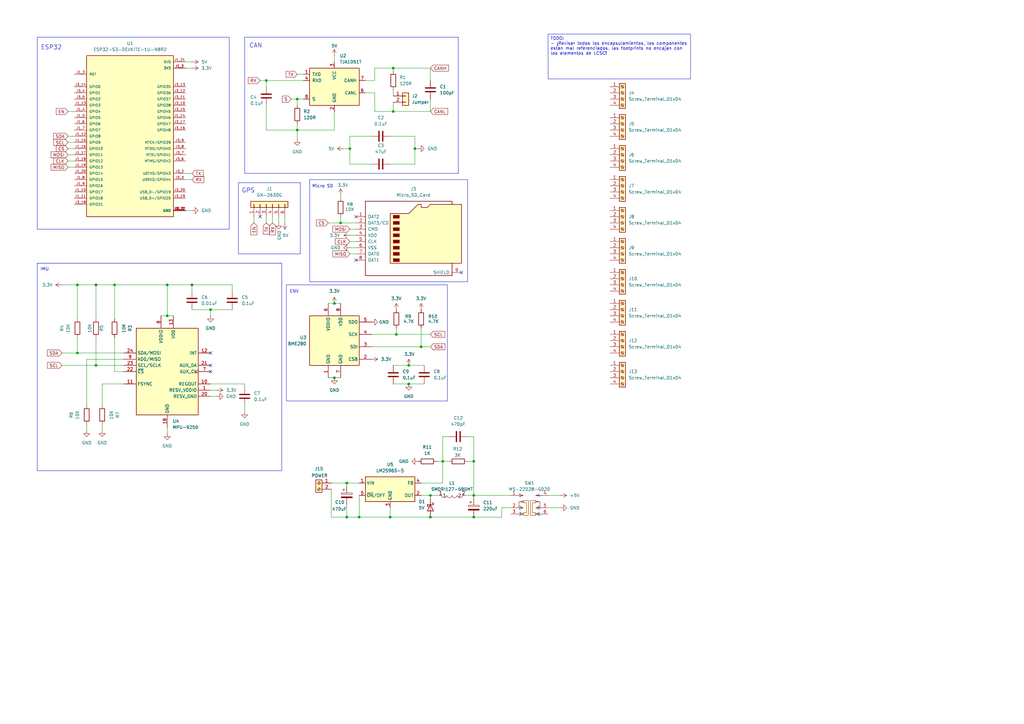
<source format=kicad_sch>
(kicad_sch (version 20250114) (generator "eeschema") (generator_version "9.0")
  (paper "A3")
  (lib_symbols
    (symbol "Connector:Micro_SD_Card" (pin_names (offset 1.016))
      (property "Reference" "J" (at -16.51 15.24 0))
      (property "Value" "Micro_SD_Card" (at 16.51 15.24 0))
      (symbol "Micro_SD_Card_1_1"
        (pin bidirectional line (at -22.86 7.62 0) (length 3.81) (name "DAT2") (number "1"))
        (pin bidirectional line (at -22.86 5.08 0) (length 3.81) (name "DAT3/CD") (number "2"))
        (pin input line (at -22.86 2.54 0) (length 3.81) (name "CMD") (number "3"))
        (pin power_in line (at -22.86 0 0) (length 3.81) (name "VDD") (number "4"))
        (pin input line (at -22.86 -2.54 0) (length 3.81) (name "CLK") (number "5"))
        (pin power_in line (at -22.86 -5.08 0) (length 3.81) (name "VSS") (number "6"))
        (pin bidirectional line (at -22.86 -7.62 0) (length 3.81) (name "DAT0") (number "7"))
        (pin bidirectional line (at -22.86 -10.16 0) (length 3.81) (name "DAT1") (number "8"))
        (pin passive line (at 20.32 -15.24 180) (length 3.81) (name "SHIELD") (number "9"))
      )
    )
    (symbol "Connector:Screw_Terminal_01x02" (pin_names (offset 1.016) (hide yes))
      (property "Reference" "J" (at 0 2.54 0))
      (property "Value" "Screw_Terminal_01x02" (at 0 -5.08 0))
      (symbol "Screw_Terminal_01x02_1_1"
        (pin passive line (at -5.08 0 0) (length 3.81) (name "Pin_1") (number "1"))
        (pin passive line (at -5.08 -2.54 0) (length 3.81) (name "Pin_2") (number "2"))
      )
    )
    (symbol "Connector:Screw_Terminal_01x04" (pin_names (offset 1.016) (hide yes))
      (property "Reference" "J" (at 0 5.08 0))
      (property "Value" "Screw_Terminal_01x04" (at 0 -7.62 0))
      (symbol "Screw_Terminal_01x04_1_1"
        (pin passive line (at -5.08 2.54 0) (length 3.81) (name "Pin_1") (number "1"))
        (pin passive line (at -5.08 0 0) (length 3.81) (name "Pin_2") (number "2"))
        (pin passive line (at -5.08 -2.54 0) (length 3.81) (name "Pin_3") (number "3"))
        (pin passive line (at -5.08 -5.08 0) (length 3.81) (name "Pin_4") (number "4"))
      )
    )
    (symbol "Connector_Generic:Conn_01x02" (pin_names (offset 1.016) (hide yes))
      (property "Reference" "J" (at 0 2.54 0))
      (property "Value" "Conn_01x02" (at 0 -5.08 0))
      (symbol "Conn_01x02_1_1"
        (pin passive line (at -5.08 0 0) (length 3.81) (name "Pin_1") (number "1"))
        (pin passive line (at -5.08 -2.54 0) (length 3.81) (name "Pin_2") (number "2"))
      )
    )
    (symbol "Connector_Generic:Conn_01x06" (pin_names (offset 1.016) (hide yes))
      (property "Reference" "J" (at 0 7.62 0))
      (property "Value" "Conn_01x06" (at 0 -10.16 0))
      (symbol "Conn_01x06_1_1"
        (pin passive line (at -5.08 5.08 0) (length 3.81) (name "Pin_1") (number "1"))
        (pin passive line (at -5.08 2.54 0) (length 3.81) (name "Pin_2") (number "2"))
        (pin passive line (at -5.08 0 0) (length 3.81) (name "Pin_3") (number "3"))
        (pin passive line (at -5.08 -2.54 0) (length 3.81) (name "Pin_4") (number "4"))
        (pin passive line (at -5.08 -5.08 0) (length 3.81) (name "Pin_5") (number "5"))
        (pin passive line (at -5.08 -7.62 0) (length 3.81) (name "Pin_6") (number "6"))
      )
    )
    (symbol "Device:C" (pin_numbers (hide yes)) (pin_names (offset 0.254))
      (property "Reference" "C" (at 0.635 2.54 0))
      (property "Value" "C" (at 0.635 -2.54 0))
      (symbol "C_1_1"
        (pin passive line (at 0 3.81 270) (length 2.794) (name "~") (number "1"))
        (pin passive line (at 0 -3.81 90) (length 2.794) (name "~") (number "2"))
      )
    )
    (symbol "Device:C_Polarized" (pin_numbers (hide yes)) (pin_names (offset 0.254))
      (property "Reference" "C" (at 0.635 2.54 0))
      (property "Value" "C_Polarized" (at 0.635 -2.54 0))
      (symbol "C_Polarized_1_1"
        (pin passive line (at 0 3.81 270) (length 2.794) (name "~") (number "1"))
        (pin passive line (at 0 -3.81 90) (length 2.794) (name "~") (number "2"))
      )
    )
    (symbol "Device:D_Schottky" (pin_numbers (hide yes)) (pin_names (offset 1.016) (hide yes))
      (property "Reference" "D" (at 0 2.54 0))
      (property "Value" "D_Schottky" (at 0 -2.54 0))
      (symbol "D_Schottky_1_1"
        (pin passive line (at -3.81 0 0) (length 2.54) (name "K") (number "1"))
        (pin passive line (at 3.81 0 180) (length 2.54) (name "A") (number "2"))
      )
    )
    (symbol "Device:R" (pin_numbers (hide yes)) (pin_names (offset 0))
      (property "Reference" "R" (at 2.032 0 90))
      (property "Value" "R" (at 0 0 90))
      (symbol "R_1_1"
        (pin passive line (at 0 3.81 270) (length 1.27) (name "~") (number "1"))
        (pin passive line (at 0 -3.81 90) (length 1.27) (name "~") (number "2"))
      )
    )
    (symbol "Interface_CAN_LIN:TJA1051T" (pin_names (offset 1.016))
      (property "Reference" "U" (at -10.16 8.89 0))
      (property "Value" "TJA1051T" (at 1.27 8.89 0))
      (symbol "TJA1051T_1_1"
        (pin input line (at -12.7 5.08 0) (length 2.54) (name "TXD") (number "1"))
        (pin output line (at -12.7 2.54 0) (length 2.54) (name "RXD") (number "4"))
        (pin input line (at -12.7 -5.08 0) (length 2.54) (name "S") (number "8"))
        (pin no_connect line (at -10.16 -2.54 0) (length 2.54) (hide yes) (name "NC") (number "5"))
        (pin power_in line (at 0 10.16 270) (length 2.54) (name "VCC") (number "3"))
        (pin power_in line (at 0 -10.16 90) (length 2.54) (name "GND") (number "2"))
        (pin bidirectional line (at 12.7 2.54 180) (length 2.54) (name "CANH") (number "7"))
        (pin bidirectional line (at 12.7 -2.54 180) (length 2.54) (name "CANL") (number "6"))
      )
    )
    (symbol "Regulator_Switching:LM2596S-5"
      (property "Reference" "U" (at -10.16 6.35 0))
      (property "Value" "LM2596S-5" (at 0 6.35 0))
      (symbol "LM2596S-5_1_1"
        (pin power_in line (at -12.7 2.54 0) (length 2.54) (name "VIN") (number "1"))
        (pin input line (at -12.7 -2.54 0) (length 2.54) (name "~{ON}/OFF") (number "5"))
        (pin power_in line (at 0 -7.62 90) (length 2.54) (name "GND") (number "3"))
        (pin input line (at 12.7 2.54 180) (length 2.54) (name "FB") (number "4"))
        (pin output line (at 12.7 -2.54 180) (length 2.54) (name "OUT") (number "2"))
      )
    )
    (symbol "Sensor:BME280"
      (property "Reference" "U" (at -8.89 11.43 0))
      (property "Value" "BME280" (at 7.62 11.43 0))
      (symbol "BME280_1_1"
        (pin power_in line (at -2.54 15.24 270) (length 5.08) (name "VDDIO") (number "6"))
        (pin power_in line (at -2.54 -15.24 90) (length 5.08) (name "GND") (number "1"))
        (pin power_in line (at 2.54 15.24 270) (length 5.08) (name "VDD") (number "8"))
        (pin power_in line (at 2.54 -15.24 90) (length 5.08) (name "GND") (number "7"))
        (pin bidirectional line (at 15.24 7.62 180) (length 5.08) (name "SDO") (number "5"))
        (pin input line (at 15.24 2.54 180) (length 5.08) (name "SCK") (number "4"))
        (pin bidirectional line (at 15.24 -2.54 180) (length 5.08) (name "SDI") (number "3"))
        (pin input line (at 15.24 -7.62 180) (length 5.08) (name "CSB") (number "2"))
      )
    )
    (symbol "Sensor_Motion:MPU-9250"
      (property "Reference" "U" (at -11.43 19.05 0))
      (property "Value" "MPU-9250" (at 7.62 -19.05 0))
      (symbol "MPU-9250_1_1"
        (pin bidirectional line (at -17.78 7.62 0) (length 5.08) (name "SDA/MOSI") (number "24"))
        (pin bidirectional line (at -17.78 5.08 0) (length 5.08) (name "AD0/MISO") (number "9"))
        (pin input line (at -17.78 2.54 0) (length 5.08) (name "SCL/SCLK") (number "23"))
        (pin input line (at -17.78 0 0) (length 5.08) (name "~{CS}") (number "22"))
        (pin input line (at -17.78 -5.08 0) (length 5.08) (name "FSYNC") (number "11"))
        (pin power_in line (at -2.54 22.86 270) (length 5.08) (name "VDDIO") (number "8"))
        (pin power_in line (at 0 -22.86 90) (length 5.08) (name "GND") (number "18"))
        (pin power_in line (at 2.54 22.86 270) (length 5.08) (name "VDD") (number "13"))
        (pin output line (at 17.78 7.62 180) (length 5.08) (name "INT") (number "12"))
        (pin bidirectional line (at 17.78 2.54 180) (length 5.08) (name "AUX_DA") (number "21"))
        (pin output clock (at 17.78 0 180) (length 5.08) (name "AUX_CL") (number "7"))
        (pin passive line (at 17.78 -5.08 180) (length 5.08) (name "REGOUT") (number "10"))
        (pin input line (at 17.78 -7.62 180) (length 5.08) (name "RESV_VDDIO") (number "1"))
        (pin power_in line (at 17.78 -10.16 180) (length 5.08) (name "RESV_GND") (number "20"))
      )
    )
    (symbol "easyeda2kicad:MS-22D28-G020"
      (property "Reference" "SW" (at 0 12.7 0))
      (property "Value" "MS-22D28-G020" (at 0 -12.7 0))
      (symbol "MS-22D28-G020_0_1"
        (pin unspecified line (at -5.08 7.62 270) (length 2.54) (name "1") (number "1"))
        (pin unspecified line (at -5.08 -7.62 90) (length 2.54) (name "4") (number "4"))
        (pin unspecified line (at 0 7.62 270) (length 2.54) (name "2") (number "2"))
        (pin unspecified line (at 0 -7.62 90) (length 2.54) (name "5") (number "5"))
        (pin unspecified line (at 2.54 7.62 270) (length 2.54) (name "3") (number "3"))
        (pin unspecified line (at 2.54 -7.62 90) (length 2.54) (name "6") (number "6"))
      )
    )
    (symbol "easyeda2kicad:SMDRI127-680MT"
      (property "Reference" "L" (at 0 5.08 0))
      (property "Value" "SMDRI127-680MT" (at 0 -5.08 0))
      (symbol "SMDRI127-680MT_0_1"
        (pin unspecified line (at -5.08 0 0) (length 0.762) (name "1") (number "1"))
        (pin unspecified line (at 5.08 0 180) (length 0.762) (name "2") (number "2"))
      )
    )
    (symbol "power:+3.3V" (power) (pin_numbers (hide yes)) (pin_names (offset 0) (hide yes))
      (property "Value" "+3.3V" (at 0 3.556 0))
      (symbol "+3.3V_1_1"
        (pin power_in line (at 0 0 90) (length 0) (name "~") (number "1"))
      )
    )
    (symbol "power:+5V" (power) (pin_numbers (hide yes)) (pin_names (offset 0) (hide yes))
      (property "Value" "+5V" (at 0 3.556 0))
      (symbol "+5V_1_1"
        (pin power_in line (at 0 0 90) (length 0) (name "~") (number "1"))
      )
    )
    (symbol "power:GND" (power) (pin_numbers (hide yes)) (pin_names (offset 0) (hide yes))
      (property "Value" "GND" (at 0 -3.81 0))
      (symbol "GND_1_1"
        (pin power_in line (at 0 0 270) (length 0) (name "~") (number "1"))
      )
    )
    (symbol "power:VCC" (power) (pin_numbers (hide yes)) (pin_names (offset 0) (hide yes))
      (property "Value" "VCC" (at 0 3.556 0))
      (symbol "VCC_1_1"
        (pin power_in line (at 0 0 90) (length 0) (name "~") (number "1"))
      )
    )
    (symbol "symbols:ESP32-S3-DEVKITC-1U-N8R2" (pin_names (offset 1.016))
      (property "Reference" "U" (at -17.78 35.56 0))
      (property "Value" "ESP32-S3-DEVKITC-1U-N8R2" (at -17.78 -35.56 0))
      (symbol "ESP32-S3-DEVKITC-1U-N8R2_0_0"
        (pin input line (at -22.86 25.4 0) (length 5.08) (name "RST") (number "J1_3"))
        (pin bidirectional line (at -22.86 20.32 0) (length 5.08) (name "GPIO0") (number "J3_14"))
        (pin bidirectional line (at -22.86 17.78 0) (length 5.08) (name "GPIO1") (number "J3_4"))
        (pin bidirectional line (at -22.86 15.24 0) (length 5.08) (name "GPIO2") (number "J3_5"))
        (pin bidirectional line (at -22.86 12.7 0) (length 5.08) (name "GPIO3") (number "J1_13"))
        (pin bidirectional line (at -22.86 10.16 0) (length 5.08) (name "GPIO4") (number "J1_4"))
        (pin bidirectional line (at -22.86 7.62 0) (length 5.08) (name "GPIO5") (number "J1_5"))
        (pin bidirectional line (at -22.86 5.08 0) (length 5.08) (name "GPIO6") (number "J1_6"))
        (pin bidirectional line (at -22.86 2.54 0) (length 5.08) (name "GPIO7") (number "J1_7"))
        (pin bidirectional line (at -22.86 0 0) (length 5.08) (name "GPIO8") (number "J1_12"))
        (pin bidirectional line (at -22.86 -2.54 0) (length 5.08) (name "GPIO9") (number "J1_15"))
        (pin bidirectional line (at -22.86 -5.08 0) (length 5.08) (name "GPIO10") (number "J1_16"))
        (pin bidirectional line (at -22.86 -7.62 0) (length 5.08) (name "GPIO11") (number "J1_17"))
        (pin bidirectional line (at -22.86 -10.16 0) (length 5.08) (name "GPIO12") (number "J1_18"))
        (pin bidirectional line (at -22.86 -12.7 0) (length 5.08) (name "GPIO13") (number "J1_19"))
        (pin bidirectional line (at -22.86 -15.24 0) (length 5.08) (name "GPIO14") (number "J1_20"))
        (pin bidirectional line (at -22.86 -17.78 0) (length 5.08) (name "GPIO15") (number "J1_8"))
        (pin bidirectional line (at -22.86 -20.32 0) (length 5.08) (name "GPIO16") (number "J1_9"))
        (pin bidirectional line (at -22.86 -22.86 0) (length 5.08) (name "GPIO17") (number "J1_10"))
        (pin bidirectional line (at -22.86 -25.4 0) (length 5.08) (name "GPIO18") (number "J1_11"))
        (pin bidirectional line (at -22.86 -27.94 0) (length 5.08) (name "GPIO21") (number "J3_18"))
        (pin power_in line (at 22.86 30.48 180) (length 5.08) (name "5V0") (number "J1_21"))
        (pin power_in line (at 22.86 27.94 180) (length 5.08) (name "3V3") (number "J1_1"))
        (pin power_in line (at 22.86 27.94 180) (length 5.08) (name "3V3") (number "J1_2"))
        (pin bidirectional line (at 22.86 20.32 180) (length 5.08) (name "GPIO35") (number "J3_13"))
        (pin bidirectional line (at 22.86 17.78 180) (length 5.08) (name "GPIO36") (number "J3_12"))
        (pin bidirectional line (at 22.86 15.24 180) (length 5.08) (name "GPIO37") (number "J3_11"))
        (pin bidirectional line (at 22.86 12.7 180) (length 5.08) (name "GPIO38") (number "J3_10"))
        (pin bidirectional line (at 22.86 10.16 180) (length 5.08) (name "GPIO45") (number "J3_15"))
        (pin bidirectional line (at 22.86 7.62 180) (length 5.08) (name "GPIO46") (number "J1_14"))
        (pin bidirectional line (at 22.86 5.08 180) (length 5.08) (name "GPIO47") (number "J3_17"))
        (pin bidirectional line (at 22.86 2.54 180) (length 5.08) (name "GPIO48") (number "J3_16"))
        (pin bidirectional line (at 22.86 -2.54 180) (length 5.08) (name "MTCK/GPIO39") (number "J3_9"))
        (pin bidirectional line (at 22.86 -5.08 180) (length 5.08) (name "MTDO/GPIO40") (number "J3_8"))
        (pin bidirectional line (at 22.86 -7.62 180) (length 5.08) (name "MTDI/GPIO41") (number "J3_7"))
        (pin bidirectional line (at 22.86 -10.16 180) (length 5.08) (name "MTMS/GPIO42") (number "J3_6"))
        (pin bidirectional line (at 22.86 -15.24 180) (length 5.08) (name "U0TXD/GPIO43") (number "J3_2"))
        (pin bidirectional line (at 22.86 -17.78 180) (length 5.08) (name "U0RXD/GPIO44") (number "J3_3"))
        (pin bidirectional line (at 22.86 -22.86 180) (length 5.08) (name "USB_D-/GPIO19") (number "J3_20"))
        (pin bidirectional line (at 22.86 -25.4 180) (length 5.08) (name "USB_D+/GPIO20") (number "J3_19"))
        (pin power_in line (at 22.86 -30.48 180) (length 5.08) (name "GND") (number "J1_22"))
        (pin power_in line (at 22.86 -30.48 180) (length 5.08) (name "GND") (number "J3_1"))
        (pin power_in line (at 22.86 -30.48 180) (length 5.08) (name "GND") (number "J3_21"))
        (pin power_in line (at 22.86 -30.48 180) (length 5.08) (name "GND") (number "J3_22"))
      )
    )
  )
  (rectangle (start 117.475 116.84) (end 183.515 164.465))
  (rectangle (start 15.24 107.95) (end 115.57 193.04))
  (rectangle (start 97.79 74.93) (end 123.19 104.14))
  (rectangle (start 15.24 15.24) (end 93.98 93.98))
  (rectangle (start 127 73.66) (end 191.77 115.57))
  (rectangle (start 100.33 15.24) (end 187.96 71.12))
  (text "GPS\n" (at 101.854 78.232 0) (effects (font (size 1.778 1.778))))
  (text "ESP32\n" (at 21.082 19.558 0) (effects (font (size 1.778 1.778))))
  (text "CAN\n" (at 104.902 18.796 0) (effects (font (size 1.778 1.778))))
  (text "Micro SD" (at 132.334 76.454 0) (effects (font (size 1.27 1.27))))
  (text "IMU" (at 18.288 110.49 0) (effects (font (size 1.27 1.27))))
  (text "ENV" (at 120.65 119.634 0) (effects (font (size 1.27 1.27))))
  (text_box "TODO:\n- ¡Revisar todos los encapsulamientos, los componentes están mal referenciados, las footprints no encajan con los elementos de LCSC!" (at 224.79 13.97 0) (size 58.42 18.415) (margins 0.9525 0.9525 0.9525 0.9525) (effects (font (size 1.27 1.27)) (justify left top)))
  (junction (at 142.24 198.12))
  (junction (at 162.56 137.16))
  (junction (at 176.53 203.2))
  (junction (at 46.99 116.84))
  (junction (at 170.18 60.96))
  (junction (at 68.58 116.84))
  (junction (at 31.75 116.84))
  (junction (at 160.02 212.09))
  (junction (at 161.29 27.94))
  (junction (at 194.31 203.2))
  (junction (at 68.58 129.54))
  (junction (at 78.74 116.84))
  (junction (at 194.31 189.23))
  (junction (at 167.64 157.48))
  (junction (at 121.92 40.64))
  (junction (at 147.32 212.09))
  (junction (at 31.75 144.78))
  (junction (at 172.72 142.24))
  (junction (at 161.29 45.72))
  (junction (at 142.24 212.09))
  (junction (at 181.61 189.23))
  (junction (at 139.7 91.44))
  (junction (at 194.31 212.09))
  (junction (at 143.51 60.96))
  (junction (at 109.22 33.02))
  (junction (at 167.64 149.86))
  (junction (at 121.92 53.34))
  (junction (at 137.16 124.46))
  (junction (at 39.37 116.84))
  (junction (at 39.37 149.86))
  (junction (at 137.16 154.94))
  (junction (at 176.53 212.09))
  (junction (at 86.36 127))
  (no_connect (at 86.36 144.78))
  (no_connect (at 146.05 88.9))
  (no_connect (at 86.36 149.86))
  (no_connect (at 146.05 106.68))
  (no_connect (at 189.23 111.76))
  (no_connect (at 106.68 88.9))
  (no_connect (at 86.36 152.4))
  (wire (pts (xy 68.58 177.8) (xy 68.58 175.26)))
  (wire (pts (xy 142.24 198.12) (xy 142.24 199.39)))
  (wire (pts (xy 39.37 138.43) (xy 39.37 149.86)))
  (wire (pts (xy 31.75 144.78) (xy 50.8 144.78)))
  (wire (pts (xy 139.7 80.01) (xy 139.7 81.28)))
  (wire (pts (xy 78.74 73.66) (xy 76.2 73.66)))
  (wire (pts (xy 170.18 55.88) (xy 170.18 60.96)))
  (wire (pts (xy 191.77 189.23) (xy 194.31 189.23)))
  (wire (pts (xy 153.67 45.72) (xy 161.29 45.72)))
  (wire (pts (xy 119.38 40.64) (xy 121.92 40.64)))
  (wire (pts (xy 134.62 124.46) (xy 137.16 124.46)))
  (wire (pts (xy 171.45 60.96) (xy 170.18 60.96)))
  (wire (pts (xy 143.51 99.06) (xy 146.05 99.06)))
  (wire (pts (xy 86.36 162.56) (xy 88.9 162.56)))
  (wire (pts (xy 137.16 124.46) (xy 139.7 124.46)))
  (wire (pts (xy 160.02 55.88) (xy 170.18 55.88)))
  (wire (pts (xy 78.74 116.84) (xy 78.74 119.38)))
  (wire (pts (xy 121.92 53.34) (xy 121.92 50.8)))
  (wire (pts (xy 209.55 208.28) (xy 205.74 208.28)))
  (wire (pts (xy 161.29 41.91) (xy 161.29 45.72)))
  (wire (pts (xy 27.94 66.04) (xy 30.48 66.04)))
  (wire (pts (xy 194.31 203.2) (xy 194.31 204.47)))
  (wire (pts (xy 142.24 198.12) (xy 147.32 198.12)))
  (wire (pts (xy 46.99 116.84) (xy 68.58 116.84)))
  (wire (pts (xy 35.56 147.32) (xy 35.56 166.37)))
  (wire (pts (xy 162.56 134.62) (xy 162.56 137.16)))
  (wire (pts (xy 176.53 40.64) (xy 176.53 45.72)))
  (wire (pts (xy 205.74 208.28) (xy 205.74 212.09)))
  (wire (pts (xy 137.16 154.94) (xy 139.7 154.94)))
  (wire (pts (xy 176.53 203.2) (xy 176.53 204.47)))
  (wire (pts (xy 137.16 53.34) (xy 121.92 53.34)))
  (wire (pts (xy 31.75 116.84) (xy 31.75 130.81)))
  (wire (pts (xy 135.89 212.09) (xy 142.24 212.09)))
  (wire (pts (xy 66.04 129.54) (xy 68.58 129.54)))
  (wire (pts (xy 46.99 116.84) (xy 46.99 130.81)))
  (wire (pts (xy 172.72 134.62) (xy 172.72 142.24)))
  (wire (pts (xy 135.89 198.12) (xy 142.24 198.12)))
  (wire (pts (xy 134.62 91.44) (xy 139.7 91.44)))
  (wire (pts (xy 194.31 179.07) (xy 191.77 179.07)))
  (wire (pts (xy 162.56 137.16) (xy 176.53 137.16)))
  (wire (pts (xy 95.25 116.84) (xy 95.25 119.38)))
  (wire (pts (xy 27.94 63.5) (xy 30.48 63.5)))
  (wire (pts (xy 100.33 158.75) (xy 100.33 157.48)))
  (wire (pts (xy 143.51 104.14) (xy 146.05 104.14)))
  (wire (pts (xy 100.33 168.91) (xy 100.33 166.37)))
  (wire (pts (xy 160.02 212.09) (xy 160.02 208.28)))
  (wire (pts (xy 121.92 53.34) (xy 121.92 57.15)))
  (wire (pts (xy 41.91 157.48) (xy 50.8 157.48)))
  (wire (pts (xy 124.46 33.02) (xy 109.22 33.02)))
  (wire (pts (xy 194.31 203.2) (xy 209.55 203.2)))
  (wire (pts (xy 190.5 203.2) (xy 194.31 203.2)))
  (wire (pts (xy 78.74 127) (xy 86.36 127)))
  (wire (pts (xy 181.61 179.07) (xy 181.61 189.23)))
  (wire (pts (xy 109.22 53.34) (xy 121.92 53.34)))
  (wire (pts (xy 161.29 149.86) (xy 167.64 149.86)))
  (wire (pts (xy 170.18 60.96) (xy 170.18 67.31)))
  (wire (pts (xy 121.92 30.48) (xy 124.46 30.48)))
  (wire (pts (xy 153.67 33.02) (xy 153.67 27.94)))
  (wire (pts (xy 153.67 38.1) (xy 153.67 45.72)))
  (wire (pts (xy 104.14 91.44) (xy 104.14 88.9)))
  (wire (pts (xy 109.22 88.9) (xy 109.22 91.44)))
  (wire (pts (xy 27.94 58.42) (xy 30.48 58.42)))
  (wire (pts (xy 172.72 142.24) (xy 152.4 142.24)))
  (wire (pts (xy 147.32 203.2) (xy 147.32 212.09)))
  (wire (pts (xy 76.2 71.12) (xy 78.74 71.12)))
  (wire (pts (xy 161.29 157.48) (xy 167.64 157.48)))
  (wire (pts (xy 111.76 88.9) (xy 111.76 91.44)))
  (wire (pts (xy 176.53 33.02) (xy 176.53 27.94)))
  (wire (pts (xy 135.89 200.66) (xy 135.89 212.09)))
  (wire (pts (xy 68.58 116.84) (xy 78.74 116.84)))
  (wire (pts (xy 106.68 33.02) (xy 109.22 33.02)))
  (wire (pts (xy 194.31 189.23) (xy 194.31 203.2)))
  (wire (pts (xy 179.07 189.23) (xy 181.61 189.23)))
  (wire (pts (xy 152.4 67.31) (xy 143.51 67.31)))
  (wire (pts (xy 184.15 179.07) (xy 181.61 179.07)))
  (wire (pts (xy 68.58 129.54) (xy 71.12 129.54)))
  (wire (pts (xy 31.75 116.84) (xy 39.37 116.84)))
  (wire (pts (xy 68.58 129.54) (xy 68.58 116.84)))
  (wire (pts (xy 143.51 101.6) (xy 146.05 101.6)))
  (wire (pts (xy 176.53 203.2) (xy 180.34 203.2)))
  (wire (pts (xy 121.92 40.64) (xy 124.46 40.64)))
  (wire (pts (xy 167.64 157.48) (xy 173.99 157.48)))
  (wire (pts (xy 143.51 96.52) (xy 146.05 96.52)))
  (wire (pts (xy 116.84 88.9) (xy 116.84 91.44)))
  (wire (pts (xy 39.37 116.84) (xy 39.37 130.81)))
  (wire (pts (xy 78.74 86.36) (xy 76.2 86.36)))
  (wire (pts (xy 121.92 40.64) (xy 121.92 43.18)))
  (wire (pts (xy 31.75 138.43) (xy 31.75 144.78)))
  (wire (pts (xy 27.94 60.96) (xy 30.48 60.96)))
  (wire (pts (xy 194.31 179.07) (xy 194.31 189.23)))
  (wire (pts (xy 224.79 203.2) (xy 229.87 203.2)))
  (wire (pts (xy 172.72 203.2) (xy 176.53 203.2)))
  (wire (pts (xy 137.16 45.72) (xy 137.16 53.34)))
  (wire (pts (xy 153.67 27.94) (xy 161.29 27.94)))
  (wire (pts (xy 152.4 55.88) (xy 143.51 55.88)))
  (wire (pts (xy 176.53 142.24) (xy 172.72 142.24)))
  (wire (pts (xy 194.31 212.09) (xy 176.53 212.09)))
  (wire (pts (xy 86.36 157.48) (xy 100.33 157.48)))
  (wire (pts (xy 149.86 33.02) (xy 153.67 33.02)))
  (wire (pts (xy 109.22 43.18) (xy 109.22 53.34)))
  (wire (pts (xy 137.16 22.86) (xy 137.16 25.4)))
  (wire (pts (xy 172.72 198.12) (xy 181.61 198.12)))
  (wire (pts (xy 176.53 27.94) (xy 161.29 27.94)))
  (wire (pts (xy 152.4 137.16) (xy 162.56 137.16)))
  (wire (pts (xy 140.97 60.96) (xy 143.51 60.96)))
  (wire (pts (xy 88.9 160.02) (xy 86.36 160.02)))
  (wire (pts (xy 46.99 138.43) (xy 46.99 152.4)))
  (wire (pts (xy 181.61 189.23) (xy 181.61 198.12)))
  (wire (pts (xy 86.36 129.54) (xy 86.36 127)))
  (wire (pts (xy 27.94 68.58) (xy 30.48 68.58)))
  (wire (pts (xy 147.32 212.09) (xy 160.02 212.09)))
  (wire (pts (xy 78.74 116.84) (xy 95.25 116.84)))
  (wire (pts (xy 39.37 149.86) (xy 50.8 149.86)))
  (wire (pts (xy 161.29 36.83) (xy 161.29 39.37)))
  (wire (pts (xy 78.74 27.94) (xy 76.2 27.94)))
  (wire (pts (xy 114.3 88.9) (xy 114.3 91.44)))
  (wire (pts (xy 161.29 45.72) (xy 176.53 45.72)))
  (wire (pts (xy 205.74 212.09) (xy 194.31 212.09)))
  (wire (pts (xy 167.64 149.86) (xy 173.99 149.86)))
  (wire (pts (xy 143.51 60.96) (xy 143.51 67.31)))
  (wire (pts (xy 139.7 91.44) (xy 146.05 91.44)))
  (wire (pts (xy 160.02 67.31) (xy 170.18 67.31)))
  (wire (pts (xy 27.94 45.72) (xy 30.48 45.72)))
  (wire (pts (xy 143.51 55.88) (xy 143.51 60.96)))
  (wire (pts (xy 25.4 149.86) (xy 39.37 149.86)))
  (wire (pts (xy 109.22 33.02) (xy 109.22 35.56)))
  (wire (pts (xy 149.86 38.1) (xy 153.67 38.1)))
  (wire (pts (xy 86.36 127) (xy 95.25 127)))
  (wire (pts (xy 25.4 116.84) (xy 31.75 116.84)))
  (wire (pts (xy 35.56 147.32) (xy 50.8 147.32)))
  (wire (pts (xy 142.24 207.01) (xy 142.24 212.09)))
  (wire (pts (xy 35.56 176.53) (xy 35.56 173.99)))
  (wire (pts (xy 78.74 25.4) (xy 76.2 25.4)))
  (wire (pts (xy 176.53 212.09) (xy 160.02 212.09)))
  (wire (pts (xy 224.79 208.28) (xy 229.87 208.28)))
  (wire (pts (xy 27.94 55.88) (xy 30.48 55.88)))
  (wire (pts (xy 181.61 189.23) (xy 184.15 189.23)))
  (wire (pts (xy 161.29 29.21) (xy 161.29 27.94)))
  (wire (pts (xy 41.91 176.53) (xy 41.91 173.99)))
  (wire (pts (xy 139.7 88.9) (xy 139.7 91.44)))
  (wire (pts (xy 25.4 144.78) (xy 31.75 144.78)))
  (wire (pts (xy 41.91 157.48) (xy 41.91 166.37)))
  (wire (pts (xy 46.99 152.4) (xy 50.8 152.4)))
  (wire (pts (xy 39.37 116.84) (xy 46.99 116.84)))
  (wire (pts (xy 142.24 212.09) (xy 147.32 212.09)))
  (wire (pts (xy 143.51 93.98) (xy 146.05 93.98)))
  (wire (pts (xy 134.62 154.94) (xy 137.16 154.94)))
  (global_label "MOSI" (shape input) (at 27.94 63.5 180) (property "Intersheetrefs" "${INTERSHEET_REFS}" (effects (hide yes))))
  (global_label "MOSI" (shape input) (at 143.51 93.98 180) (property "Intersheetrefs" "${INTERSHEET_REFS}" (effects (hide yes))))
  (global_label "SCL" (shape input) (at 25.4 149.86 180) (property "Intersheetrefs" "${INTERSHEET_REFS}" (effects (hide yes))))
  (global_label "MISO" (shape input) (at 143.51 104.14 180) (property "Intersheetrefs" "${INTERSHEET_REFS}" (effects (hide yes))))
  (global_label "EN" (shape input) (at 104.14 91.44 270) (property "Intersheetrefs" "${INTERSHEET_REFS}" (effects (hide yes))))
  (global_label "CLK" (shape input) (at 143.51 99.06 180) (property "Intersheetrefs" "${INTERSHEET_REFS}" (effects (hide yes))))
  (global_label "TX" (shape input) (at 121.92 30.48 180) (property "Intersheetrefs" "${INTERSHEET_REFS}" (effects (hide yes))))
  (global_label "CS" (shape input) (at 134.62 91.44 180) (property "Intersheetrefs" "${INTERSHEET_REFS}" (effects (hide yes))))
  (global_label "S" (shape input) (at 119.38 40.64 180) (property "Intersheetrefs" "${INTERSHEET_REFS}" (effects (hide yes))))
  (global_label "SCL" (shape input) (at 27.94 58.42 180) (property "Intersheetrefs" "${INTERSHEET_REFS}" (effects (hide yes))))
  (global_label "CLK" (shape input) (at 27.94 66.04 180) (property "Intersheetrefs" "${INTERSHEET_REFS}" (effects (hide yes))))
  (global_label "CS" (shape input) (at 27.94 60.96 180) (property "Intersheetrefs" "${INTERSHEET_REFS}" (effects (hide yes))))
  (global_label "SDA" (shape input) (at 25.4 144.78 180) (property "Intersheetrefs" "${INTERSHEET_REFS}" (effects (hide yes))))
  (global_label "EN" (shape input) (at 27.94 45.72 180) (property "Intersheetrefs" "${INTERSHEET_REFS}" (effects (hide yes))))
  (global_label "SDA" (shape input) (at 27.94 55.88 180) (property "Intersheetrefs" "${INTERSHEET_REFS}" (effects (hide yes))))
  (global_label "SDA" (shape input) (at 176.53 142.24 0) (property "Intersheetrefs" "${INTERSHEET_REFS}" (effects (hide yes))))
  (global_label "RX" (shape input) (at 106.68 33.02 180) (property "Intersheetrefs" "${INTERSHEET_REFS}" (effects (hide yes))))
  (global_label "TX" (shape input) (at 78.74 71.12 0) (property "Intersheetrefs" "${INTERSHEET_REFS}" (effects (hide yes))))
  (global_label "CANL" (shape input) (at 176.53 45.72 0) (property "Intersheetrefs" "${INTERSHEET_REFS}" (effects (hide yes))))
  (global_label "TX" (shape input) (at 109.22 91.44 270) (property "Intersheetrefs" "${INTERSHEET_REFS}" (effects (hide yes))))
  (global_label "SCL" (shape input) (at 176.53 137.16 0) (property "Intersheetrefs" "${INTERSHEET_REFS}" (effects (hide yes))))
  (global_label "CANH" (shape input) (at 176.53 27.94 0) (property "Intersheetrefs" "${INTERSHEET_REFS}" (effects (hide yes))))
  (global_label "RX" (shape input) (at 111.76 91.44 270) (property "Intersheetrefs" "${INTERSHEET_REFS}" (effects (hide yes))))
  (global_label "RX" (shape input) (at 78.74 73.66 0) (property "Intersheetrefs" "${INTERSHEET_REFS}" (effects (hide yes))))
  (global_label "MISO" (shape input) (at 27.94 68.58 180) (property "Intersheetrefs" "${INTERSHEET_REFS}" (effects (hide yes))))
  (symbol (lib_id "Device:C") (at 173.99 153.67 0) (unit 1)
    (property "Reference" "C8" (at 177.8 152.3999 0) (effects (justify left)))
    (property "Value" "0.1uF" (at 177.8 154.9399 0) (effects (justify left)))
    (property "Footprint" "Capacitor_SMD:C_0805_2012Metric" (effects (hide yes)))
    (property "Description" "Unpolarized capacitor" (effects (hide yes)))
  )
  (symbol (lib_id "power:GND") (at 137.16 154.94 0) (unit 1)
    (property "Reference" "#PWR021" (effects (hide yes)))
    (property "Value" "GND" (at 137.16 160.02 0))
    (property "Description" "Power symbol creates a global label with name \"GND\" , ground" (effects (hide yes)))
  )
  (symbol (lib_id "Regulator_Switching:LM2596S-5") (at 160.02 200.66 0) (unit 1)
    (property "Reference" "U5" (at 160.02 190.5 0))
    (property "Value" "LM2596S-5" (at 160.02 193.04 0))
    (property "Footprint" "Package_TO_SOT_SMD:TO-263-5_TabPin3" (effects (hide yes)))
    (property "Datasheet" "http://www.ti.com/lit/ds/symlink/lm2596.pdf" (effects (hide yes)))
    (property "Description" "5V 3A Step-Down Voltage Regulator, TO-263" (effects (hide yes)))
  )
  (symbol (lib_id "Device:R") (at 39.37 134.62 0) (mirror x) (unit 1)
    (property "Reference" "R5" (at 41.656 134.62 90))
    (property "Value" "10K" (at 36.83 134.62 90))
    (property "Footprint" "Resistor_SMD:R_1206_3216Metric" (effects (hide yes)))
    (property "Description" "Resistor" (effects (hide yes)))
  )
  (symbol (lib_id "Interface_CAN_LIN:TJA1051T") (at 137.16 35.56 0) (unit 1)
    (property "Reference" "U2" (at 139.3033 22.86 0) (effects (justify left)))
    (property "Value" "TJA1051T" (at 139.3033 25.4 0) (effects (justify left)))
    (property "Footprint" "Package_SO:SOIC-8_3.9x4.9mm_P1.27mm" (effects (hide yes)))
    (property "Datasheet" "http://www.nxp.com/docs/en/data-sheet/TJA1051.pdf" (effects (hide yes)))
    (property "Description" "High-Speed CAN Transceiver, silent mode, SOIC-8" (effects (hide yes)))
  )
  (symbol (lib_id "Connector:Screw_Terminal_01x04") (at 255.27 127 0) (unit 1)
    (property "Reference" "J11" (at 257.81 126.9999 0) (effects (justify left)))
    (property "Value" "Screw_Terminal_01x04" (at 257.81 129.5399 0) (effects (justify left)))
    (property "Footprint" "TerminalBlock_Phoenix:TerminalBlock_Phoenix_MKDS-1,5-4-5.08_1x04_P5.08mm_Horizontal" (effects (hide yes)))
    (property "Description" "Generic screw terminal, single row, 01x04, script generated (kicad-library-utils/schlib/autogen/connector/)" (effects (hide yes)))
  )
  (symbol (lib_id "power:GND") (at 100.33 168.91 0) (unit 1)
    (property "Reference" "#PWR013" (effects (hide yes)))
    (property "Value" "GND" (at 100.33 173.99 0))
    (property "Description" "Power symbol creates a global label with name \"GND\" , ground" (effects (hide yes)))
  )
  (symbol (lib_id "Device:C") (at 95.25 123.19 0) (unit 1)
    (property "Reference" "C5" (at 99.06 121.9199 0) (effects (justify left)))
    (property "Value" "0.1uF" (at 99.06 124.4599 0) (effects (justify left)))
    (property "Footprint" "Capacitor_SMD:C_0805_2012Metric" (effects (hide yes)))
    (property "Description" "Unpolarized capacitor" (effects (hide yes)))
  )
  (symbol (lib_id "Connector:Screw_Terminal_01x04") (at 255.27 88.9 0) (unit 1)
    (property "Reference" "J8" (at 257.81 88.8999 0) (effects (justify left)))
    (property "Value" "Screw_Terminal_01x04" (at 257.81 91.4399 0) (effects (justify left)))
    (property "Footprint" "TerminalBlock_Phoenix:TerminalBlock_Phoenix_MKDS-1,5-4-5.08_1x04_P5.08mm_Horizontal" (effects (hide yes)))
    (property "Description" "Generic screw terminal, single row, 01x04, script generated (kicad-library-utils/schlib/autogen/connector/)" (effects (hide yes)))
  )
  (symbol (lib_id "Device:R") (at 46.99 134.62 180) (unit 1)
    (property "Reference" "R3" (at 53.34 134.62 90))
    (property "Value" "10K" (at 50.8 134.62 90))
    (property "Footprint" "Resistor_SMD:R_1206_3216Metric" (effects (hide yes)))
    (property "Description" "Resistor" (effects (hide yes)))
  )
  (symbol (lib_id "Connector_Generic:Conn_01x06") (at 109.22 83.82 90) (unit 1)
    (property "Reference" "J1" (at 110.49 77.47 90))
    (property "Value" "GN-2630G" (at 110.49 80.01 90))
    (property "Footprint" "Conn_01x06:PinHeader_1x06_P2.54mm_Vertical" (effects (hide yes)))
    (property "Description" "Generic connector, single row, 01x06, script generated (kicad-library-utils/schlib/autogen/connector/)" (effects (hide yes)))
  )
  (symbol (lib_id "power:+5V") (at 229.87 203.2 270) (unit 1)
    (property "Reference" "#PWR029" (effects (hide yes)))
    (property "Value" "+5V" (at 233.68 203.1999 90) (effects (justify left)))
    (property "Description" "Power symbol creates a global label with name \"+5V\"" (effects (hide yes)))
  )
  (symbol (lib_id "power:VCC") (at 78.74 25.4 270) (unit 1)
    (property "Reference" "#PWR05" (effects (hide yes)))
    (property "Value" "5V" (at 82.55 25.3999 90) (effects (justify left)))
    (property "Description" "Power symbol creates a global label with name \"VCC\"" (effects (hide yes)))
  )
  (symbol (lib_id "Connector:Screw_Terminal_01x04") (at 255.27 152.4 0) (unit 1)
    (property "Reference" "J13" (at 257.81 152.3999 0) (effects (justify left)))
    (property "Value" "Screw_Terminal_01x04" (at 257.81 154.9399 0) (effects (justify left)))
    (property "Footprint" "TerminalBlock_Phoenix:TerminalBlock_Phoenix_MKDS-1,5-4-5.08_1x04_P5.08mm_Horizontal" (effects (hide yes)))
    (property "Description" "Generic screw terminal, single row, 01x04, script generated (kicad-library-utils/schlib/autogen/connector/)" (effects (hide yes)))
  )
  (symbol (lib_id "Device:C_Polarized") (at 142.24 203.2 0) (unit 1)
    (property "Reference" "C10" (at 137.414 205.994 0) (effects (justify left)))
    (property "Value" "470uF" (at 136.144 208.788 0) (effects (justify left)))
    (property "Footprint" "Capacitor_THT:CP_Radial_D10.0mm_P5.00mm" (effects (hide yes)))
    (property "Description" "Polarized capacitor" (effects (hide yes)))
  )
  (symbol (lib_id "Device:R") (at 187.96 189.23 270) (unit 1)
    (property "Reference" "R12" (at 187.706 184.15 90))
    (property "Value" "3K" (at 187.706 186.69 90))
    (property "Footprint" "Resistor_THT:R_Axial_DIN0411_L9.9mm_D3.6mm_P15.24mm_Horizontal" (effects (hide yes)))
    (property "Description" "Resistor" (effects (hide yes)))
  )
  (symbol (lib_id "power:GND") (at 167.64 157.48 0) (unit 1)
    (property "Reference" "#PWR027" (effects (hide yes)))
    (property "Value" "GND" (at 167.64 162.56 0))
    (property "Description" "Power symbol creates a global label with name \"GND\" , ground" (effects (hide yes)))
  )
  (symbol (lib_id "easyeda2kicad:SMDRI127-680MT") (at 185.42 203.2 0) (unit 1)
    (property "Reference" "L1" (at 185.42 198.12 0))
    (property "Value" "SMDRI127-680MT" (at 185.42 200.66 0))
    (property "Footprint" "easyeda2kicad:IND-SMD_L12.3-W12.3_SMDRI127" (effects (hide yes)))
    (property "Datasheet" "https://lcsc.com/product-detail/Power-Inductors_68uH-20_C9907.html" (effects (hide yes)))
    (property "LCSC Part" "C9907" (effects (hide yes)))
  )
  (symbol (lib_id "Connector:Screw_Terminal_01x04") (at 255.27 76.2 0) (unit 1)
    (property "Reference" "J7" (at 257.81 76.1999 0) (effects (justify left)))
    (property "Value" "Screw_Terminal_01x04" (at 257.81 78.7399 0) (effects (justify left)))
    (property "Footprint" "TerminalBlock_Phoenix:TerminalBlock_Phoenix_MKDS-1,5-4-5.08_1x04_P5.08mm_Horizontal" (effects (hide yes)))
    (property "Description" "Generic screw terminal, single row, 01x04, script generated (kicad-library-utils/schlib/autogen/connector/)" (effects (hide yes)))
  )
  (symbol (lib_id "power:+3.3V") (at 152.4 147.32 270) (unit 1)
    (property "Reference" "#PWR025" (effects (hide yes)))
    (property "Value" "3.3V" (at 156.21 147.3199 90) (effects (justify left)))
    (property "Description" "Power symbol creates a global label with name \"+3.3V\"" (effects (hide yes)))
  )
  (symbol (lib_id "power:VCC") (at 140.97 60.96 90) (unit 1)
    (property "Reference" "#PWR020" (effects (hide yes)))
    (property "Value" "5V" (at 137.16 60.9599 90) (effects (justify left)))
    (property "Description" "Power symbol creates a global label with name \"VCC\"" (effects (hide yes)))
  )
  (symbol (lib_id "power:GND") (at 152.4 132.08 90) (unit 1)
    (property "Reference" "#PWR024" (effects (hide yes)))
    (property "Value" "GND" (at 155.448 132.08 90) (effects (justify right)))
    (property "Description" "Power symbol creates a global label with name \"GND\" , ground" (effects (hide yes)))
  )
  (symbol (lib_id "Device:C") (at 161.29 153.67 0) (unit 1)
    (property "Reference" "C9" (at 165.1 152.3999 0) (effects (justify left)))
    (property "Value" "0.1uF" (at 165.1 154.9399 0) (effects (justify left)))
    (property "Footprint" "Capacitor_SMD:C_0805_2012Metric" (effects (hide yes)))
    (property "Description" "Unpolarized capacitor" (effects (hide yes)))
  )
  (symbol (lib_id "Connector:Screw_Terminal_01x04") (at 255.27 114.3 0) (unit 1)
    (property "Reference" "J10" (at 257.81 114.2999 0) (effects (justify left)))
    (property "Value" "Screw_Terminal_01x04" (at 257.81 116.8399 0) (effects (justify left)))
    (property "Footprint" "TerminalBlock_Phoenix:TerminalBlock_Phoenix_MKDS-1,5-4-5.08_1x04_P5.08mm_Horizontal" (effects (hide yes)))
    (property "Description" "Generic screw terminal, single row, 01x04, script generated (kicad-library-utils/schlib/autogen/connector/)" (effects (hide yes)))
  )
  (symbol (lib_id "Device:R") (at 41.91 170.18 180) (unit 1)
    (property "Reference" "R7" (at 48.26 170.18 90))
    (property "Value" "10K" (at 45.72 170.18 90))
    (property "Footprint" "Resistor_SMD:R_1206_3216Metric" (effects (hide yes)))
    (property "Description" "Resistor" (effects (hide yes)))
  )
  (symbol (lib_id "power:VCC") (at 116.84 91.44 180) (unit 1)
    (property "Reference" "#PWR016" (effects (hide yes)))
    (property "Value" "5V" (at 117.094 96.52 0))
    (property "Description" "Power symbol creates a global label with name \"VCC\"" (effects (hide yes)))
  )
  (symbol (lib_id "power:GND") (at 171.45 189.23 270) (unit 1)
    (property "Reference" "#PWR031" (effects (hide yes)))
    (property "Value" "GND" (at 167.64 189.2299 90) (effects (justify right)))
    (property "Description" "Power symbol creates a global label with name \"GND\" , ground" (effects (hide yes)))
  )
  (symbol (lib_id "Device:C") (at 156.21 55.88 90) (unit 1)
    (property "Reference" "C2" (at 156.21 48.26 90))
    (property "Value" "0.1uF" (at 156.21 50.8 90))
    (property "Footprint" "Capacitor_SMD:C_0805_2012Metric" (effects (hide yes)))
    (property "Description" "Unpolarized capacitor" (effects (hide yes)))
  )
  (symbol (lib_id "power:+3.3V") (at 162.56 127 0) (unit 1)
    (property "Reference" "#PWR023" (effects (hide yes)))
    (property "Value" "3.3V" (at 162.56 122.428 0))
    (property "Description" "Power symbol creates a global label with name \"+3.3V\"" (effects (hide yes)))
  )
  (symbol (lib_id "power:GND") (at 88.9 162.56 90) (unit 1)
    (property "Reference" "#PWR012" (effects (hide yes)))
    (property "Value" "GND" (at 92.71 162.5599 90) (effects (justify right)))
    (property "Description" "Power symbol creates a global label with name \"GND\" , ground" (effects (hide yes)))
  )
  (symbol (lib_id "easyeda2kicad:MS-22D28-G020") (at 217.17 208.28 90) (mirror x) (unit 1)
    (property "Reference" "SW1" (at 217.17 198.12 90))
    (property "Value" "MS-22D28-G020" (at 217.17 200.66 90))
    (property "Footprint" "easyeda2kicad:SW-SMD_MS-22D28-G020" (effects (hide yes)))
    (property "Datasheet" "https://lcsc.com/product-detail/Toggle-Switches_G-Switch-MS-22D28-G020_C963205.html" (effects (hide yes)))
    (property "LCSC Part" "C963205" (effects (hide yes)))
  )
  (symbol (lib_id "Device:C") (at 156.21 67.31 90) (unit 1)
    (property "Reference" "C3" (at 156.21 59.69 90))
    (property "Value" "47uF" (at 156.21 62.23 90))
    (property "Footprint" "Capacitor_SMD:C_0805_2012Metric" (effects (hide yes)))
    (property "Description" "Unpolarized capacitor" (effects (hide yes)))
  )
  (symbol (lib_id "power:VCC") (at 25.4 116.84 90) (mirror x) (unit 1)
    (property "Reference" "#PWR06" (effects (hide yes)))
    (property "Value" "3.3V" (at 21.59 116.8399 90) (effects (justify left)))
    (property "Description" "Power symbol creates a global label with name \"VCC\"" (effects (hide yes)))
  )
  (symbol (lib_id "Device:C") (at 176.53 36.83 0) (unit 1)
    (property "Reference" "C1" (at 180.34 35.5599 0) (effects (justify left)))
    (property "Value" "100pF" (at 180.34 38.0999 0) (effects (justify left)))
    (property "Footprint" "Capacitor_SMD:C_0805_2012Metric" (effects (hide yes)))
    (property "Description" "Unpolarized capacitor" (effects (hide yes)))
  )
  (symbol (lib_id "power:GND") (at 41.91 176.53 0) (unit 1)
    (property "Reference" "#PWR015" (effects (hide yes)))
    (property "Value" "GND" (at 41.91 181.61 0))
    (property "Description" "Power symbol creates a global label with name \"GND\" , ground" (effects (hide yes)))
  )
  (symbol (lib_id "power:GND") (at 143.51 101.6 270) (unit 1)
    (property "Reference" "#PWR019" (effects (hide yes)))
    (property "Value" "GND" (at 139.7 101.5999 90) (effects (justify right)))
    (property "Description" "Power symbol creates a global label with name \"GND\" , ground" (effects (hide yes)))
  )
  (symbol (lib_id "Device:R") (at 161.29 33.02 0) (unit 1)
    (property "Reference" "R1" (at 163.83 31.7499 0) (effects (justify left)))
    (property "Value" "120R" (at 163.83 34.2899 0) (effects (justify left)))
    (property "Footprint" "Resistor_SMD:R_1206_3216Metric" (effects (hide yes)))
    (property "Description" "Resistor" (effects (hide yes)))
  )
  (symbol (lib_id "power:+3.3V") (at 172.72 127 0) (unit 1)
    (property "Reference" "#PWR026" (effects (hide yes)))
    (property "Value" "3.3V" (at 172.72 122.428 0))
    (property "Description" "Power symbol creates a global label with name \"+3.3V\"" (effects (hide yes)))
  )
  (symbol (lib_id "power:GND") (at 229.87 208.28 90) (unit 1)
    (property "Reference" "#PWR030" (effects (hide yes)))
    (property "Value" "GND" (at 233.68 208.2799 90) (effects (justify right)))
    (property "Description" "Power symbol creates a global label with name \"GND\" , ground" (effects (hide yes)))
  )
  (symbol (lib_id "Connector:Screw_Terminal_01x04") (at 255.27 38.1 0) (unit 1)
    (property "Reference" "J4" (at 257.81 38.0999 0) (effects (justify left)))
    (property "Value" "Screw_Terminal_01x04" (at 257.81 40.6399 0) (effects (justify left)))
    (property "Footprint" "TerminalBlock_Phoenix:TerminalBlock_Phoenix_MKDS-1,5-4-5.08_1x04_P5.08mm_Horizontal" (effects (hide yes)))
    (property "Description" "Generic screw terminal, single row, 01x04, script generated (kicad-library-utils/schlib/autogen/connector/)" (effects (hide yes)))
  )
  (symbol (lib_id "Sensor:BME280") (at 137.16 139.7 0) (unit 1)
    (property "Reference" "U3" (at 125.73 138.4299 0) (effects (justify right)))
    (property "Value" "BME280" (at 125.73 140.9699 0) (effects (justify right)))
    (property "Footprint" "Package_LGA:Bosch_LGA-8_2.5x2.5mm_P0.65mm_ClockwisePinNumbering" (effects (hide yes)))
    (property "Datasheet" "https://www.bosch-sensortec.com/media/boschsensortec/downloads/datasheets/bst-bme280-ds002.pdf" (effects (hide yes)))
    (property "Description" "3-in-1 sensor, humidity, pressure, temperature, I2C and SPI interface, 1.71-3.6V, LGA-8" (effects (hide yes)))
  )
  (symbol (lib_id "power:+3.3V") (at 137.16 124.46 0) (unit 1)
    (property "Reference" "#PWR028" (effects (hide yes)))
    (property "Value" "3.3V" (at 137.16 119.38 0))
    (property "Description" "Power symbol creates a global label with name \"+3.3V\"" (effects (hide yes)))
  )
  (symbol (lib_id "power:VCC") (at 137.16 22.86 0) (unit 1)
    (property "Reference" "#PWR09" (effects (hide yes)))
    (property "Value" "5V" (at 135.89 18.796 0) (effects (justify left)))
    (property "Description" "Power symbol creates a global label with name \"VCC\"" (effects (hide yes)))
  )
  (symbol (lib_id "Device:C_Polarized") (at 194.31 208.28 0) (unit 1)
    (property "Reference" "C11" (at 198.12 206.1209 0) (effects (justify left)))
    (property "Value" "220uF" (at 198.12 208.6609 0) (effects (justify left)))
    (property "Footprint" "Capacitor_SMD:CP_Elec_10x10" (effects (hide yes)))
    (property "Description" "Polarized capacitor" (effects (hide yes)))
  )
  (symbol (lib_id "Sensor_Motion:MPU-9250") (at 68.58 152.4 0) (unit 1)
    (property "Reference" "U4" (at 70.7233 172.72 0) (effects (justify left)))
    (property "Value" "MPU-9250" (at 70.7233 175.26 0) (effects (justify left)))
    (property "Footprint" "Sensor_Motion:InvenSense_QFN-24_3x3mm_P0.4mm" (effects (hide yes)))
    (property "Datasheet" "https://invensense.tdk.com/wp-content/uploads/2015/02/PS-MPU-9250A-01-v1.1.pdf" (effects (hide yes)))
    (property "Description" "InvenSense 9-Axis Motion Sensor, Accelerometer, Gyroscope, Compass, I2C/SPI" (effects (hide yes)))
  )
  (symbol (lib_id "Device:C") (at 100.33 162.56 0) (unit 1)
    (property "Reference" "C7" (at 104.14 161.2899 0) (effects (justify left)))
    (property "Value" "0.1uF" (at 104.14 163.8299 0) (effects (justify left)))
    (property "Footprint" "Capacitor_SMD:C_0805_2012Metric" (effects (hide yes)))
    (property "Description" "Unpolarized capacitor" (effects (hide yes)))
  )
  (symbol (lib_id "power:GND") (at 171.45 60.96 90) (unit 1)
    (property "Reference" "#PWR07" (effects (hide yes)))
    (property "Value" "GND" (at 175.26 60.9599 90) (effects (justify right)))
    (property "Description" "Power symbol creates a global label with name \"GND\" , ground" (effects (hide yes)))
  )
  (symbol (lib_id "power:VCC") (at 88.9 160.02 270) (unit 1)
    (property "Reference" "#PWR010" (effects (hide yes)))
    (property "Value" "3.3V" (at 92.71 160.0199 90) (effects (justify left)))
    (property "Description" "Power symbol creates a global label with name \"VCC\"" (effects (hide yes)))
  )
  (symbol (lib_id "Device:D_Schottky") (at 176.53 208.28 270) (unit 1)
    (property "Reference" "D1" (at 171.704 205.74 90) (effects (justify left)))
    (property "Value" "5V" (at 171.704 208.28 90) (effects (justify left)))
    (property "Footprint" "Diode_SMD:D_SMA" (effects (hide yes)))
    (property "Description" "Schottky diode" (effects (hide yes)))
  )
  (symbol (lib_id "Device:R") (at 172.72 130.81 180) (unit 1)
    (property "Reference" "R10" (at 177.546 129.794 0))
    (property "Value" "4.7K" (at 177.8 131.826 0))
    (property "Footprint" "Resistor_SMD:R_1206_3216Metric" (effects (hide yes)))
    (property "Description" "Resistor" (effects (hide yes)))
  )
  (symbol (lib_id "Connector:Screw_Terminal_01x02") (at 130.81 198.12 0) (mirror y) (unit 1)
    (property "Reference" "J15" (at 130.81 192.278 0))
    (property "Value" "POWER" (at 131.064 195.072 0))
    (property "Footprint" "TerminalBlock_Phoenix:TerminalBlock_Phoenix_PT-1,5-2-3.5-H_1x02_P3.50mm_Horizontal" (effects (hide yes)))
    (property "Description" "Generic screw terminal, single row, 01x02, script generated (kicad-library-utils/schlib/autogen/connector/)" (effects (hide yes)))
  )
  (symbol (lib_id "power:+3.3V") (at 167.64 149.86 0) (unit 1)
    (property "Reference" "#PWR022" (effects (hide yes)))
    (property "Value" "3.3V" (at 167.894 145.288 0))
    (property "Description" "Power symbol creates a global label with name \"+3.3V\"" (effects (hide yes)))
  )
  (symbol (lib_id "power:VCC") (at 78.74 27.94 270) (unit 1)
    (property "Reference" "#PWR03" (effects (hide yes)))
    (property "Value" "3.3V" (at 82.55 27.9399 90) (effects (justify left)))
    (property "Description" "Power symbol creates a global label with name \"VCC\"" (effects (hide yes)))
  )
  (symbol (lib_id "Device:R") (at 175.26 189.23 90) (mirror x) (unit 1)
    (property "Reference" "R11" (at 175.26 183.388 90))
    (property "Value" "1K" (at 175.26 185.928 90))
    (property "Footprint" "Resistor_SMD:R_0201_0603Metric" (effects (hide yes)))
    (property "Description" "Resistor" (effects (hide yes)))
  )
  (symbol (lib_id "symbols:ESP32-S3-DEVKITC-1U-N8R2") (at 53.34 55.88 0) (unit 1)
    (property "Reference" "U1" (at 53.34 17.78 0))
    (property "Value" "ESP32-S3-DEVKITC-1U-N8R2" (at 53.34 20.32 0))
    (property "Footprint" "ESP32-S3-DEVKITC-1U-N8R2:XCVR_ESP32-S3-DEVKITC-1U-N8R2" (effects (hide yes)))
    (property "MF" "Espressif Systems" (effects (hide yes)))
    (property "MAXIMUM_PACKAGE_HEIGHT" "10.69mm" (effects (hide yes)))
    (property "Package" "None" (effects (hide yes)))
    (property "Price" "None" (effects (hide yes)))
    (property "Check_prices" "https://www.snapeda.com/parts/ESP32-S3-DEVKITC-1U-N8R2/Espressif+Systems/view-part/?ref=eda" (effects (hide yes)))
    (property "STANDARD" "Manufacturer Recommendations" (effects (hide yes)))
    (property "PARTREV" "5.3" (effects (hide yes)))
    (property "SnapEDA_Link" "https://www.snapeda.com/parts/ESP32-S3-DEVKITC-1U-N8R2/Espressif+Systems/view-part/?ref=snap" (effects (hide yes)))
    (property "MP" "ESP32-S3-DEVKITC-1U-N8R2" (effects (hide yes)))
    (property "Description_1" "The ESP32-S3-DEVKITC-1U-N8R2 Evaluation Board from Espressif Systems is a versatile development platform designed for wireless communication applications. It features the ESP32-S3-WROOM-1U-N8R2 transceiver, supporting 802.11 b/g/n Wi-Fi and Bluetooth® 5.x BLE at 2.4GHz, ensuring reliable connectivity. Equipped with 8MB Quad SPI Flash and 2MB Quad SPI, along with 512KB SRAM and 384KB ROM, the board provides ample memory for handling complex tasks efficiently." (effects (hide yes)))
    (property "Availability" "In Stock" (effects (hide yes)))
    (property "MANUFACTURER" "Espressif" (effects (hide yes)))
  )
  (symbol (lib_id "Connector:Screw_Terminal_01x04") (at 255.27 101.6 0) (unit 1)
    (property "Reference" "J9" (at 257.81 101.5999 0) (effects (justify left)))
    (property "Value" "Screw_Terminal_01x04" (at 257.81 104.1399 0) (effects (justify left)))
    (property "Footprint" "TerminalBlock_Phoenix:TerminalBlock_Phoenix_MKDS-1,5-4-5.08_1x04_P5.08mm_Horizontal" (effects (hide yes)))
    (property "Description" "Generic screw terminal, single row, 01x04, script generated (kicad-library-utils/schlib/autogen/connector/)" (effects (hide yes)))
  )
  (symbol (lib_id "Device:R") (at 121.92 46.99 0) (unit 1)
    (property "Reference" "R2" (at 124.46 45.7199 0) (effects (justify left)))
    (property "Value" "120R" (at 124.46 48.2599 0) (effects (justify left)))
    (property "Footprint" "Resistor_SMD:R_1206_3216Metric" (effects (hide yes)))
    (property "Description" "Resistor" (effects (hide yes)))
  )
  (symbol (lib_id "power:GND") (at 78.74 86.36 90) (unit 1)
    (property "Reference" "#PWR04" (effects (hide yes)))
    (property "Value" "GND" (at 82.55 86.3599 90) (effects (justify right)))
    (property "Description" "Power symbol creates a global label with name \"GND\" , ground" (effects (hide yes)))
  )
  (symbol (lib_id "power:GND") (at 35.56 176.53 0) (unit 1)
    (property "Reference" "#PWR014" (effects (hide yes)))
    (property "Value" "GND" (at 35.56 181.61 0))
    (property "Description" "Power symbol creates a global label with name \"GND\" , ground" (effects (hide yes)))
  )
  (symbol (lib_id "Device:C") (at 78.74 123.19 0) (unit 1)
    (property "Reference" "C6" (at 82.55 121.9199 0) (effects (justify left)))
    (property "Value" "0.01uF" (at 82.55 124.4599 0) (effects (justify left)))
    (property "Footprint" "Capacitor_SMD:C_0805_2012Metric" (effects (hide yes)))
    (property "Description" "Unpolarized capacitor" (effects (hide yes)))
  )
  (symbol (lib_id "Device:C") (at 187.96 179.07 90) (unit 1)
    (property "Reference" "C12" (at 187.96 171.45 90))
    (property "Value" "470pF" (at 187.96 173.99 90))
    (property "Footprint" "Capacitor_SMD:C_0201_0603Metric" (effects (hide yes)))
    (property "Description" "Unpolarized capacitor" (effects (hide yes)))
  )
  (symbol (lib_id "Device:R") (at 139.7 85.09 180) (unit 1)
    (property "Reference" "R8" (at 143.51 83.82 0))
    (property "Value" "10K" (at 143.51 85.852 0))
    (property "Footprint" "Resistor_SMD:R_1206_3216Metric" (effects (hide yes)))
    (property "Description" "Resistor" (effects (hide yes)))
  )
  (symbol (lib_id "Connector:Screw_Terminal_01x04") (at 255.27 139.7 0) (unit 1)
    (property "Reference" "J12" (at 257.81 139.6999 0) (effects (justify left)))
    (property "Value" "Screw_Terminal_01x04" (at 257.81 142.2399 0) (effects (justify left)))
    (property "Footprint" "TerminalBlock_Phoenix:TerminalBlock_Phoenix_MKDS-1,5-4-5.08_1x04_P5.08mm_Horizontal" (effects (hide yes)))
    (property "Description" "Generic screw terminal, single row, 01x04, script generated (kicad-library-utils/schlib/autogen/connector/)" (effects (hide yes)))
  )
  (symbol (lib_id "power:VCC") (at 143.51 96.52 90) (unit 1)
    (property "Reference" "#PWR018" (effects (hide yes)))
    (property "Value" "3.3V" (at 139.446 96.52 90) (effects (justify left)))
    (property "Description" "Power symbol creates a global label with name \"VCC\"" (effects (hide yes)))
  )
  (symbol (lib_id "Connector:Micro_SD_Card") (at 168.91 96.52 0) (unit 1)
    (property "Reference" "J3" (at 169.545 77.47 0))
    (property "Value" "Micro_SD_Card" (at 169.545 80.01 0))
    (property "Footprint" "Connector_Card:microSD_HC_Molex_104031-0811" (effects (hide yes)))
    (property "Datasheet" "https://www.we-online.com/components/products/datasheet/693072010801.pdf" (effects (hide yes)))
    (property "Description" "Micro SD Card Socket" (effects (hide yes)))
  )
  (symbol (lib_id "power:GND") (at 121.92 57.15 0) (unit 1)
    (property "Reference" "#PWR08" (effects (hide yes)))
    (property "Value" "GND" (at 121.92 62.23 0))
    (property "Description" "Power symbol creates a global label with name \"GND\" , ground" (effects (hide yes)))
  )
  (symbol (lib_id "Connector:Screw_Terminal_01x04") (at 255.27 50.8 0) (unit 1)
    (property "Reference" "J5" (at 257.81 50.7999 0) (effects (justify left)))
    (property "Value" "Screw_Terminal_01x04" (at 257.81 53.3399 0) (effects (justify left)))
    (property "Footprint" "TerminalBlock_Phoenix:TerminalBlock_Phoenix_MKDS-1,5-4-5.08_1x04_P5.08mm_Horizontal" (effects (hide yes)))
    (property "Description" "Generic screw terminal, single row, 01x04, script generated (kicad-library-utils/schlib/autogen/connector/)" (effects (hide yes)))
  )
  (symbol (lib_id "Device:C") (at 109.22 39.37 0) (unit 1)
    (property "Reference" "C4" (at 102.616 39.878 0) (effects (justify left)))
    (property "Value" "0.1uF" (at 102.616 42.418 0) (effects (justify left)))
    (property "Footprint" "Capacitor_SMD:C_0805_2012Metric" (effects (hide yes)))
    (property "Description" "Unpolarized capacitor" (effects (hide yes)))
  )
  (symbol (lib_id "Connector_Generic:Conn_01x02") (at 166.37 39.37 0) (unit 1)
    (property "Reference" "J2" (at 168.91 39.3699 0) (effects (justify left)))
    (property "Value" "Jumper" (at 168.91 41.9099 0) (effects (justify left)))
    (property "Footprint" "Connector_PinHeader_1.00mm:PinHeader_1x02_P1.00mm_Vertical" (effects (hide yes)))
    (property "Description" "Generic connector, single row, 01x02, script generated (kicad-library-utils/schlib/autogen/connector/)" (effects (hide yes)))
  )
  (symbol (lib_id "Device:R") (at 162.56 130.81 180) (unit 1)
    (property "Reference" "R9" (at 167.386 129.794 0))
    (property "Value" "4.7K" (at 167.64 131.826 0))
    (property "Footprint" "Resistor_SMD:R_1206_3216Metric" (effects (hide yes)))
    (property "Description" "Resistor" (effects (hide yes)))
  )
  (symbol (lib_id "power:GND") (at 68.58 177.8 0) (unit 1)
    (property "Reference" "#PWR011" (effects (hide yes)))
    (property "Value" "GND" (at 68.58 182.88 0))
    (property "Description" "Power symbol creates a global label with name \"GND\" , ground" (effects (hide yes)))
  )
  (symbol (lib_id "Connector:Screw_Terminal_01x04") (at 255.27 63.5 0) (unit 1)
    (property "Reference" "J6" (at 257.81 63.4999 0) (effects (justify left)))
    (property "Value" "Screw_Terminal_01x04" (at 257.81 66.0399 0) (effects (justify left)))
    (property "Footprint" "TerminalBlock_Phoenix:TerminalBlock_Phoenix_MKDS-1,5-4-5.08_1x04_P5.08mm_Horizontal" (effects (hide yes)))
    (property "Description" "Generic screw terminal, single row, 01x04, script generated (kicad-library-utils/schlib/autogen/connector/)" (effects (hide yes)))
  )
  (symbol (lib_id "Device:R") (at 35.56 170.18 0) (mirror x) (unit 1)
    (property "Reference" "R6" (at 29.21 170.18 90))
    (property "Value" "10K" (at 31.75 170.18 90))
    (property "Footprint" "Resistor_SMD:R_1206_3216Metric" (effects (hide yes)))
    (property "Description" "Resistor" (effects (hide yes)))
  )
  (symbol (lib_id "power:GND") (at 114.3 91.44 0) (unit 1)
    (property "Reference" "#PWR01" (effects (hide yes)))
    (property "Value" "GND" (at 114.554 96.52 90))
    (property "Description" "Power symbol creates a global label with name \"GND\" , ground" (effects (hide yes)))
  )
  (symbol (lib_id "Device:R") (at 31.75 134.62 0) (mirror x) (unit 1)
    (property "Reference" "R4" (at 25.4 134.62 90))
    (property "Value" "10K" (at 27.94 134.62 90))
    (property "Footprint" "Resistor_SMD:R_1206_3216Metric" (effects (hide yes)))
    (property "Description" "Resistor" (effects (hide yes)))
  )
  (symbol (lib_id "power:VCC") (at 139.7 80.01 0) (unit 1)
    (property "Reference" "#PWR017" (effects (hide yes)))
    (property "Value" "3.3V" (at 138.43 75.946 0) (effects (justify left)))
    (property "Description" "Power symbol creates a global label with name \"VCC\"" (effects (hide yes)))
  )
  (symbol (lib_id "power:GND") (at 86.36 129.54 0) (unit 1)
    (property "Reference" "#PWR02" (effects (hide yes)))
    (property "Value" "GND" (at 86.36 134.62 0))
    (property "Description" "Power symbol creates a global label with name \"GND\" , ground" (effects (hide yes)))
  )
)
</source>
